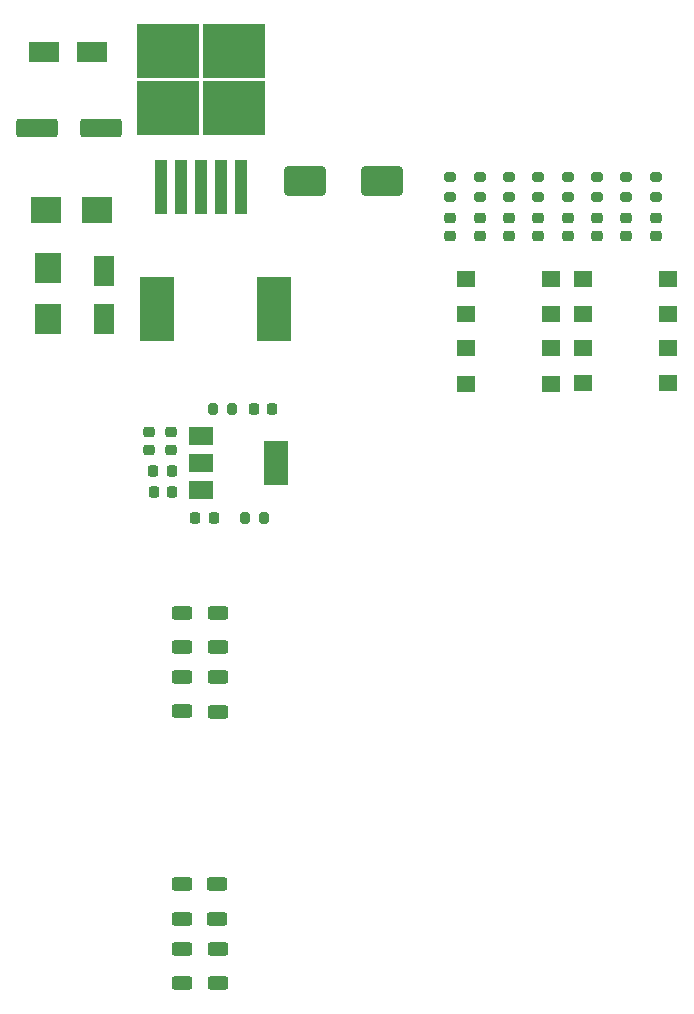
<source format=gbr>
%TF.GenerationSoftware,KiCad,Pcbnew,6.0.1-79c1e3a40b~116~ubuntu20.04.1*%
%TF.CreationDate,2022-02-01T00:48:23+05:30*%
%TF.ProjectId,sra_dev_board_2022,7372615f-6465-4765-9f62-6f6172645f32,rev?*%
%TF.SameCoordinates,Original*%
%TF.FileFunction,Paste,Top*%
%TF.FilePolarity,Positive*%
%FSLAX46Y46*%
G04 Gerber Fmt 4.6, Leading zero omitted, Abs format (unit mm)*
G04 Created by KiCad (PCBNEW 6.0.1-79c1e3a40b~116~ubuntu20.04.1) date 2022-02-01 00:48:23*
%MOMM*%
%LPD*%
G01*
G04 APERTURE LIST*
G04 Aperture macros list*
%AMRoundRect*
0 Rectangle with rounded corners*
0 $1 Rounding radius*
0 $2 $3 $4 $5 $6 $7 $8 $9 X,Y pos of 4 corners*
0 Add a 4 corners polygon primitive as box body*
4,1,4,$2,$3,$4,$5,$6,$7,$8,$9,$2,$3,0*
0 Add four circle primitives for the rounded corners*
1,1,$1+$1,$2,$3*
1,1,$1+$1,$4,$5*
1,1,$1+$1,$6,$7*
1,1,$1+$1,$8,$9*
0 Add four rect primitives between the rounded corners*
20,1,$1+$1,$2,$3,$4,$5,0*
20,1,$1+$1,$4,$5,$6,$7,0*
20,1,$1+$1,$6,$7,$8,$9,0*
20,1,$1+$1,$8,$9,$2,$3,0*%
G04 Aperture macros list end*
%ADD10RoundRect,0.200000X0.275000X-0.200000X0.275000X0.200000X-0.275000X0.200000X-0.275000X-0.200000X0*%
%ADD11RoundRect,0.250000X-0.625000X0.312500X-0.625000X-0.312500X0.625000X-0.312500X0.625000X0.312500X0*%
%ADD12RoundRect,0.225000X0.250000X-0.225000X0.250000X0.225000X-0.250000X0.225000X-0.250000X-0.225000X0*%
%ADD13R,1.800000X2.500000*%
%ADD14RoundRect,0.218750X-0.256250X0.218750X-0.256250X-0.218750X0.256250X-0.218750X0.256250X0.218750X0*%
%ADD15R,2.300000X2.500000*%
%ADD16RoundRect,0.250000X-1.500000X-1.000000X1.500000X-1.000000X1.500000X1.000000X-1.500000X1.000000X0*%
%ADD17R,2.500000X2.300000*%
%ADD18R,1.600000X1.400000*%
%ADD19RoundRect,0.218750X-0.218750X-0.256250X0.218750X-0.256250X0.218750X0.256250X-0.218750X0.256250X0*%
%ADD20RoundRect,0.200000X0.200000X0.275000X-0.200000X0.275000X-0.200000X-0.275000X0.200000X-0.275000X0*%
%ADD21RoundRect,0.250000X0.625000X-0.312500X0.625000X0.312500X-0.625000X0.312500X-0.625000X-0.312500X0*%
%ADD22RoundRect,0.200000X-0.200000X-0.275000X0.200000X-0.275000X0.200000X0.275000X-0.200000X0.275000X0*%
%ADD23RoundRect,0.250000X1.500000X0.550000X-1.500000X0.550000X-1.500000X-0.550000X1.500000X-0.550000X0*%
%ADD24R,2.500000X1.800000*%
%ADD25R,2.895600X5.410200*%
%ADD26RoundRect,0.225000X0.225000X0.250000X-0.225000X0.250000X-0.225000X-0.250000X0.225000X-0.250000X0*%
%ADD27R,2.000000X1.500000*%
%ADD28R,2.000000X3.800000*%
%ADD29R,5.250000X4.550000*%
%ADD30R,1.100000X4.600000*%
%ADD31RoundRect,0.218750X0.218750X0.256250X-0.218750X0.256250X-0.218750X-0.256250X0.218750X-0.256250X0*%
G04 APERTURE END LIST*
D10*
%TO.C,R7*%
X132680000Y-45896250D03*
X132680000Y-44246250D03*
%TD*%
D11*
%TO.C,R17*%
X98100000Y-109577500D03*
X98100000Y-112502500D03*
%TD*%
D10*
%TO.C,R1*%
X117720000Y-45912500D03*
X117720000Y-44262500D03*
%TD*%
D12*
%TO.C,C5*%
X94170000Y-67386847D03*
X94170000Y-65836847D03*
%TD*%
D13*
%TO.C,D13*%
X88438853Y-52230000D03*
X88438853Y-56230000D03*
%TD*%
D14*
%TO.C,D2*%
X120250000Y-47683750D03*
X120250000Y-49258750D03*
%TD*%
D15*
%TO.C,D9*%
X83690000Y-56230000D03*
X83690000Y-51930000D03*
%TD*%
D14*
%TO.C,D4*%
X125220000Y-47692500D03*
X125220000Y-49267500D03*
%TD*%
D16*
%TO.C,C2*%
X105452500Y-44600000D03*
X111952500Y-44600000D03*
%TD*%
D17*
%TO.C,D14*%
X87850000Y-47000000D03*
X83550000Y-47000000D03*
%TD*%
D10*
%TO.C,R6*%
X130180000Y-45896250D03*
X130180000Y-44246250D03*
%TD*%
D18*
%TO.C,SW2*%
X126270000Y-58740000D03*
X119070000Y-58740000D03*
X126270000Y-61740000D03*
X119070000Y-61740000D03*
%TD*%
D10*
%TO.C,R4*%
X125220000Y-45905000D03*
X125220000Y-44255000D03*
%TD*%
D11*
%TO.C,R18*%
X95100000Y-109577500D03*
X95100000Y-112502500D03*
%TD*%
D14*
%TO.C,D6*%
X130180000Y-47683750D03*
X130180000Y-49258750D03*
%TD*%
%TO.C,D1*%
X117740000Y-47700000D03*
X117740000Y-49275000D03*
%TD*%
D10*
%TO.C,R2*%
X120250000Y-45896250D03*
X120250000Y-44246250D03*
%TD*%
D14*
%TO.C,D7*%
X132680000Y-47683750D03*
X132680000Y-49258750D03*
%TD*%
D19*
%TO.C,D11*%
X101125000Y-63890000D03*
X102700000Y-63890000D03*
%TD*%
D10*
%TO.C,R3*%
X122730000Y-45896250D03*
X122730000Y-44246250D03*
%TD*%
%TO.C,R8*%
X135190000Y-45896250D03*
X135190000Y-44246250D03*
%TD*%
D18*
%TO.C,SW4*%
X136203500Y-52850000D03*
X129003500Y-52850000D03*
X136203500Y-55850000D03*
X129003500Y-55850000D03*
%TD*%
D14*
%TO.C,D3*%
X122730000Y-47683750D03*
X122730000Y-49258750D03*
%TD*%
D20*
%TO.C,R10*%
X99335000Y-63890000D03*
X97685000Y-63890000D03*
%TD*%
D21*
%TO.C,R14*%
X95100000Y-89492500D03*
X95100000Y-86567500D03*
%TD*%
D14*
%TO.C,D8*%
X135190000Y-47683750D03*
X135190000Y-49258750D03*
%TD*%
D18*
%TO.C,SW1*%
X126274490Y-52860000D03*
X119074490Y-52860000D03*
X126274490Y-55860000D03*
X119074490Y-55860000D03*
%TD*%
D21*
%TO.C,R12*%
X95080000Y-84062500D03*
X95080000Y-81137500D03*
%TD*%
D12*
%TO.C,C4*%
X92230000Y-67376847D03*
X92230000Y-65826847D03*
%TD*%
D22*
%TO.C,R9*%
X100375000Y-73090000D03*
X102025000Y-73090000D03*
%TD*%
D23*
%TO.C,C1*%
X88200000Y-40100000D03*
X82800000Y-40100000D03*
%TD*%
D21*
%TO.C,R11*%
X98070000Y-84052500D03*
X98070000Y-81127500D03*
%TD*%
D24*
%TO.C,D12*%
X87400000Y-33700000D03*
X83400000Y-33700000D03*
%TD*%
D18*
%TO.C,SW3*%
X136200000Y-58720000D03*
X129000000Y-58720000D03*
X136200000Y-61720000D03*
X129000000Y-61720000D03*
%TD*%
D11*
%TO.C,R16*%
X98050000Y-104117500D03*
X98050000Y-107042500D03*
%TD*%
D14*
%TO.C,D5*%
X127700000Y-47683750D03*
X127700000Y-49258750D03*
%TD*%
D25*
%TO.C,L1*%
X92937735Y-55380000D03*
X102843735Y-55380000D03*
%TD*%
D26*
%TO.C,C6*%
X94175000Y-69111847D03*
X92625000Y-69111847D03*
%TD*%
%TO.C,C3*%
X94225000Y-70911847D03*
X92675000Y-70911847D03*
%TD*%
D27*
%TO.C,U2*%
X96700000Y-66180000D03*
X96700000Y-68480000D03*
D28*
X103000000Y-68480000D03*
D27*
X96700000Y-70780000D03*
%TD*%
D21*
%TO.C,R13*%
X98100000Y-89502500D03*
X98100000Y-86577500D03*
%TD*%
D29*
%TO.C,U5*%
X99435000Y-33540000D03*
X93885000Y-38390000D03*
X93885000Y-33540000D03*
X99435000Y-38390000D03*
D30*
X93260000Y-45115000D03*
X94960000Y-45115000D03*
X96660000Y-45115000D03*
X98360000Y-45115000D03*
X100060000Y-45115000D03*
%TD*%
D10*
%TO.C,R5*%
X127700000Y-45896250D03*
X127700000Y-44246250D03*
%TD*%
D31*
%TO.C,D10*%
X97737500Y-73090000D03*
X96162500Y-73090000D03*
%TD*%
D11*
%TO.C,R15*%
X95050000Y-104117500D03*
X95050000Y-107042500D03*
%TD*%
M02*

</source>
